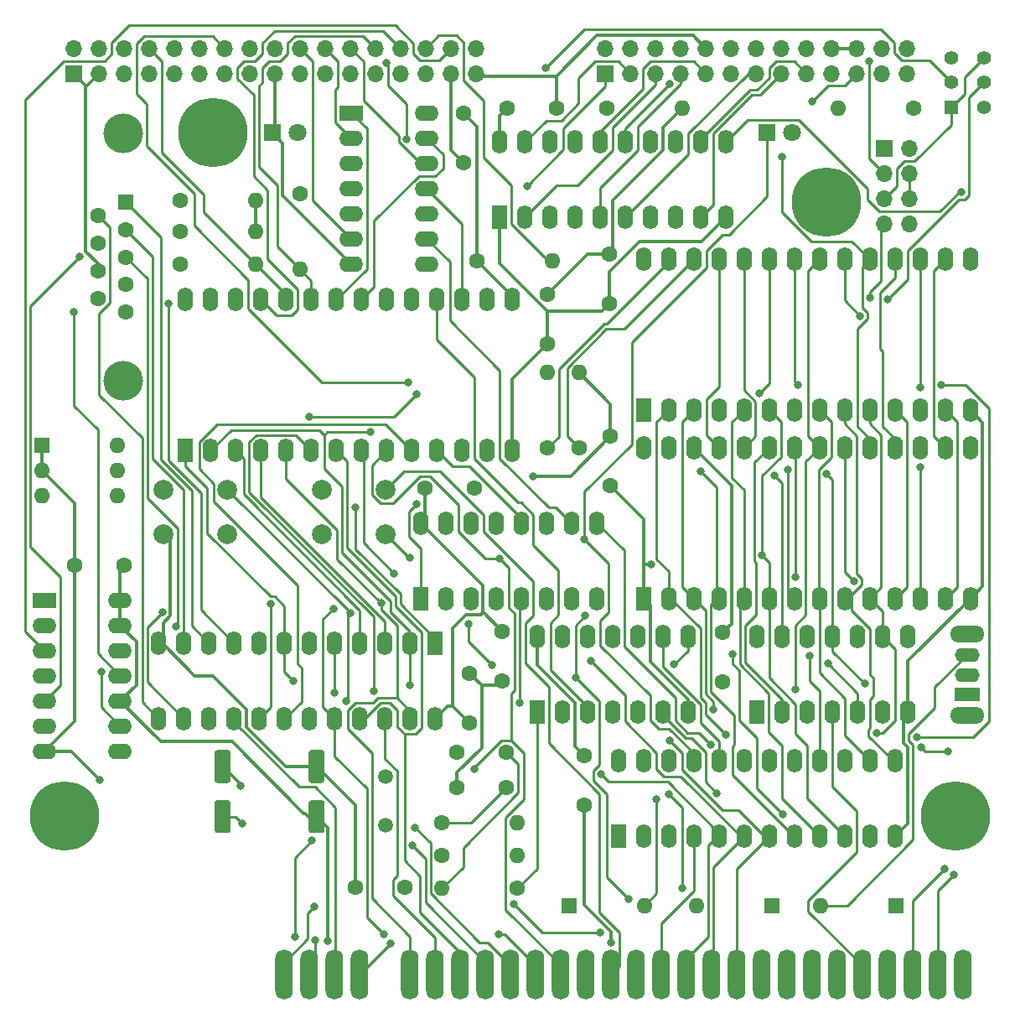
<source format=gtl>
G04 #@! TF.GenerationSoftware,KiCad,Pcbnew,(5.1.6)-1*
G04 #@! TF.CreationDate,2020-09-25T16:59:24+03:00*
G04 #@! TF.ProjectId,PlusD_Clone_1_4,506c7573-445f-4436-9c6f-6e655f315f34,rev?*
G04 #@! TF.SameCoordinates,Original*
G04 #@! TF.FileFunction,Copper,L1,Top*
G04 #@! TF.FilePolarity,Positive*
%FSLAX46Y46*%
G04 Gerber Fmt 4.6, Leading zero omitted, Abs format (unit mm)*
G04 Created by KiCad (PCBNEW (5.1.6)-1) date 2020-09-25 16:59:24*
%MOMM*%
%LPD*%
G01*
G04 APERTURE LIST*
G04 #@! TA.AperFunction,ComponentPad*
%ADD10C,0.800000*%
G04 #@! TD*
G04 #@! TA.AperFunction,ComponentPad*
%ADD11C,7.000000*%
G04 #@! TD*
G04 #@! TA.AperFunction,ComponentPad*
%ADD12O,1.700000X1.700000*%
G04 #@! TD*
G04 #@! TA.AperFunction,ComponentPad*
%ADD13R,1.700000X1.700000*%
G04 #@! TD*
G04 #@! TA.AperFunction,ComponentPad*
%ADD14C,1.400000*%
G04 #@! TD*
G04 #@! TA.AperFunction,ComponentPad*
%ADD15R,1.400000X1.400000*%
G04 #@! TD*
G04 #@! TA.AperFunction,ComponentPad*
%ADD16O,1.600000X2.400000*%
G04 #@! TD*
G04 #@! TA.AperFunction,ComponentPad*
%ADD17R,1.600000X2.400000*%
G04 #@! TD*
G04 #@! TA.AperFunction,ComponentPad*
%ADD18O,3.500000X1.700000*%
G04 #@! TD*
G04 #@! TA.AperFunction,ComponentPad*
%ADD19O,2.500000X1.400000*%
G04 #@! TD*
G04 #@! TA.AperFunction,ComponentPad*
%ADD20R,2.500000X1.400000*%
G04 #@! TD*
G04 #@! TA.AperFunction,ComponentPad*
%ADD21O,1.600000X1.600000*%
G04 #@! TD*
G04 #@! TA.AperFunction,ComponentPad*
%ADD22C,1.600000*%
G04 #@! TD*
G04 #@! TA.AperFunction,ComponentPad*
%ADD23C,4.000000*%
G04 #@! TD*
G04 #@! TA.AperFunction,ComponentPad*
%ADD24R,1.600000X1.600000*%
G04 #@! TD*
G04 #@! TA.AperFunction,ComponentPad*
%ADD25O,2.400000X1.600000*%
G04 #@! TD*
G04 #@! TA.AperFunction,ComponentPad*
%ADD26R,2.400000X1.600000*%
G04 #@! TD*
G04 #@! TA.AperFunction,ComponentPad*
%ADD27C,2.000000*%
G04 #@! TD*
G04 #@! TA.AperFunction,ConnectorPad*
%ADD28O,1.778000X5.080000*%
G04 #@! TD*
G04 #@! TA.AperFunction,ComponentPad*
%ADD29C,1.800000*%
G04 #@! TD*
G04 #@! TA.AperFunction,ComponentPad*
%ADD30R,1.800000X1.800000*%
G04 #@! TD*
G04 #@! TA.AperFunction,ComponentPad*
%ADD31C,1.500000*%
G04 #@! TD*
G04 #@! TA.AperFunction,ViaPad*
%ADD32C,0.800000*%
G04 #@! TD*
G04 #@! TA.AperFunction,Conductor*
%ADD33C,0.350000*%
G04 #@! TD*
G04 #@! TA.AperFunction,Conductor*
%ADD34C,0.250000*%
G04 #@! TD*
G04 APERTURE END LIST*
D10*
X146856155Y-42143845D03*
X145000000Y-41375000D03*
X143143845Y-42143845D03*
X142375000Y-44000000D03*
X143143845Y-45856155D03*
X145000000Y-46625000D03*
X146856155Y-45856155D03*
X147625000Y-44000000D03*
D11*
X145000000Y-44000000D03*
D12*
X153416000Y-46228000D03*
X150876000Y-46228000D03*
X153416000Y-43688000D03*
X150876000Y-43688000D03*
X153416000Y-41148000D03*
X150876000Y-41148000D03*
X153416000Y-38608000D03*
D13*
X150876000Y-38608000D03*
D11*
X83000000Y-37000000D03*
D10*
X85625000Y-37000000D03*
X84856155Y-38856155D03*
X83000000Y-39625000D03*
X81143845Y-38856155D03*
X80375000Y-37000000D03*
X81143845Y-35143845D03*
X83000000Y-34375000D03*
X84856155Y-35143845D03*
G04 #@! TA.AperFunction,SMDPad,CuDef*
G36*
G01*
X94050000Y-102625000D02*
X92950000Y-102625000D01*
G75*
G02*
X92700000Y-102375000I0J250000D01*
G01*
X92700000Y-99550000D01*
G75*
G02*
X92950000Y-99300000I250000J0D01*
G01*
X94050000Y-99300000D01*
G75*
G02*
X94300000Y-99550000I0J-250000D01*
G01*
X94300000Y-102375000D01*
G75*
G02*
X94050000Y-102625000I-250000J0D01*
G01*
G37*
G04 #@! TD.AperFunction*
G04 #@! TA.AperFunction,SMDPad,CuDef*
G36*
G01*
X94050000Y-107700000D02*
X92950000Y-107700000D01*
G75*
G02*
X92700000Y-107450000I0J250000D01*
G01*
X92700000Y-104625000D01*
G75*
G02*
X92950000Y-104375000I250000J0D01*
G01*
X94050000Y-104375000D01*
G75*
G02*
X94300000Y-104625000I0J-250000D01*
G01*
X94300000Y-107450000D01*
G75*
G02*
X94050000Y-107700000I-250000J0D01*
G01*
G37*
G04 #@! TD.AperFunction*
G04 #@! TA.AperFunction,SMDPad,CuDef*
G36*
G01*
X83450000Y-104375000D02*
X84550000Y-104375000D01*
G75*
G02*
X84800000Y-104625000I0J-250000D01*
G01*
X84800000Y-107450000D01*
G75*
G02*
X84550000Y-107700000I-250000J0D01*
G01*
X83450000Y-107700000D01*
G75*
G02*
X83200000Y-107450000I0J250000D01*
G01*
X83200000Y-104625000D01*
G75*
G02*
X83450000Y-104375000I250000J0D01*
G01*
G37*
G04 #@! TD.AperFunction*
G04 #@! TA.AperFunction,SMDPad,CuDef*
G36*
G01*
X83450000Y-99300000D02*
X84550000Y-99300000D01*
G75*
G02*
X84800000Y-99550000I0J-250000D01*
G01*
X84800000Y-102375000D01*
G75*
G02*
X84550000Y-102625000I-250000J0D01*
G01*
X83450000Y-102625000D01*
G75*
G02*
X83200000Y-102375000I0J250000D01*
G01*
X83200000Y-99550000D01*
G75*
G02*
X83450000Y-99300000I250000J0D01*
G01*
G37*
G04 #@! TD.AperFunction*
D14*
X160907000Y-29417000D03*
X160907000Y-31917000D03*
X160907000Y-34417000D03*
X157607000Y-29417000D03*
X157607000Y-31917000D03*
D15*
X157607000Y-34417000D03*
D16*
X126500000Y-49760000D03*
X159520000Y-65000000D03*
X129040000Y-49760000D03*
X156980000Y-65000000D03*
X131580000Y-49760000D03*
X154440000Y-65000000D03*
X134120000Y-49760000D03*
X151900000Y-65000000D03*
X136660000Y-49760000D03*
X149360000Y-65000000D03*
X139200000Y-49760000D03*
X146820000Y-65000000D03*
X141740000Y-49760000D03*
X144280000Y-65000000D03*
X144280000Y-49760000D03*
X141740000Y-65000000D03*
X146820000Y-49760000D03*
X139200000Y-65000000D03*
X149360000Y-49760000D03*
X136660000Y-65000000D03*
X151900000Y-49760000D03*
X134120000Y-65000000D03*
X154440000Y-49760000D03*
X131580000Y-65000000D03*
X156980000Y-49760000D03*
X129040000Y-65000000D03*
X159520000Y-49760000D03*
D17*
X126500000Y-65000000D03*
D18*
X159258000Y-87626000D03*
X159258000Y-95826000D03*
D19*
X159258000Y-89726000D03*
X159258000Y-91726000D03*
D20*
X159258000Y-93726000D03*
D21*
X116840000Y-61214000D03*
D22*
X116840000Y-68834000D03*
D23*
X73950000Y-62040000D03*
X73950000Y-37040000D03*
D22*
X71410000Y-53695000D03*
X71410000Y-50925000D03*
X71410000Y-48155000D03*
X71410000Y-45385000D03*
X74250000Y-55080000D03*
X74250000Y-52310000D03*
X74250000Y-49540000D03*
X74250000Y-46770000D03*
D24*
X74250000Y-44000000D03*
D21*
X73406000Y-68500000D03*
X65786000Y-73580000D03*
X73406000Y-71040000D03*
X65786000Y-71040000D03*
X73406000Y-73580000D03*
D24*
X65786000Y-68500000D03*
D21*
X146177000Y-34544000D03*
D22*
X153797000Y-34544000D03*
D16*
X115762000Y-87880000D03*
X131002000Y-95500000D03*
X118302000Y-87880000D03*
X128462000Y-95500000D03*
X120842000Y-87880000D03*
X125922000Y-95500000D03*
X123382000Y-87880000D03*
X123382000Y-95500000D03*
X125922000Y-87880000D03*
X120842000Y-95500000D03*
X128462000Y-87880000D03*
X118302000Y-95500000D03*
X131002000Y-87880000D03*
D17*
X115762000Y-95500000D03*
D16*
X105500000Y-96120000D03*
X77560000Y-88500000D03*
X102960000Y-96120000D03*
X80100000Y-88500000D03*
X100420000Y-96120000D03*
X82640000Y-88500000D03*
X97880000Y-96120000D03*
X85180000Y-88500000D03*
X95340000Y-96120000D03*
X87720000Y-88500000D03*
X92800000Y-96120000D03*
X90260000Y-88500000D03*
X90260000Y-96120000D03*
X92800000Y-88500000D03*
X87720000Y-96120000D03*
X95340000Y-88500000D03*
X85180000Y-96120000D03*
X97880000Y-88500000D03*
X82640000Y-96120000D03*
X100420000Y-88500000D03*
X80100000Y-96120000D03*
X102960000Y-88500000D03*
X77560000Y-96120000D03*
D17*
X105500000Y-88500000D03*
D25*
X104620000Y-35000000D03*
X97000000Y-50240000D03*
X104620000Y-37540000D03*
X97000000Y-47700000D03*
X104620000Y-40080000D03*
X97000000Y-45160000D03*
X104620000Y-42620000D03*
X97000000Y-42620000D03*
X104620000Y-45160000D03*
X97000000Y-40080000D03*
X104620000Y-47700000D03*
X97000000Y-37540000D03*
X104620000Y-50240000D03*
D26*
X97000000Y-35000000D03*
D25*
X73660000Y-84201000D03*
X66040000Y-99441000D03*
X73660000Y-86741000D03*
X66040000Y-96901000D03*
X73660000Y-89281000D03*
X66040000Y-94361000D03*
X73660000Y-91821000D03*
X66040000Y-91821000D03*
X73660000Y-94361000D03*
X66040000Y-89281000D03*
X73660000Y-96901000D03*
X66040000Y-86741000D03*
X73660000Y-99441000D03*
D26*
X66040000Y-84201000D03*
D21*
X130429000Y-34544000D03*
D22*
X122809000Y-34544000D03*
D16*
X138000000Y-87880000D03*
X153240000Y-95500000D03*
X140540000Y-87880000D03*
X150700000Y-95500000D03*
X143080000Y-87880000D03*
X148160000Y-95500000D03*
X145620000Y-87880000D03*
X145620000Y-95500000D03*
X148160000Y-87880000D03*
X143080000Y-95500000D03*
X150700000Y-87880000D03*
X140540000Y-95500000D03*
X153240000Y-87880000D03*
D17*
X138000000Y-95500000D03*
D10*
X69856155Y-104143845D03*
X68000000Y-103375000D03*
X66143845Y-104143845D03*
X65375000Y-106000000D03*
X66143845Y-107856155D03*
X68000000Y-108625000D03*
X69856155Y-107856155D03*
X70625000Y-106000000D03*
D11*
X68000000Y-106000000D03*
D10*
X159856155Y-104143845D03*
X158000000Y-103375000D03*
X156143845Y-104143845D03*
X155375000Y-106000000D03*
X156143845Y-107856155D03*
X158000000Y-108625000D03*
X159856155Y-107856155D03*
X160625000Y-106000000D03*
D11*
X158000000Y-106000000D03*
D27*
X100500000Y-73000000D03*
X100500000Y-77500000D03*
X94000000Y-73000000D03*
X94000000Y-77500000D03*
X84500000Y-73000000D03*
X84500000Y-77500000D03*
X78000000Y-73000000D03*
X78000000Y-77500000D03*
D16*
X112000000Y-37880000D03*
X134860000Y-45500000D03*
X114540000Y-37880000D03*
X132320000Y-45500000D03*
X117080000Y-37880000D03*
X129780000Y-45500000D03*
X119620000Y-37880000D03*
X127240000Y-45500000D03*
X122160000Y-37880000D03*
X124700000Y-45500000D03*
X124700000Y-37880000D03*
X122160000Y-45500000D03*
X127240000Y-37880000D03*
X119620000Y-45500000D03*
X129780000Y-37880000D03*
X117080000Y-45500000D03*
X132320000Y-37880000D03*
X114540000Y-45500000D03*
X134860000Y-37880000D03*
D17*
X112000000Y-45500000D03*
D16*
X104000000Y-76380000D03*
X121780000Y-84000000D03*
X106540000Y-76380000D03*
X119240000Y-84000000D03*
X109080000Y-76380000D03*
X116700000Y-84000000D03*
X111620000Y-76380000D03*
X114160000Y-84000000D03*
X114160000Y-76380000D03*
X111620000Y-84000000D03*
X116700000Y-76380000D03*
X109080000Y-84000000D03*
X119240000Y-76380000D03*
X106540000Y-84000000D03*
X121780000Y-76380000D03*
D17*
X104000000Y-84000000D03*
D16*
X124000000Y-100380000D03*
X151940000Y-108000000D03*
X126540000Y-100380000D03*
X149400000Y-108000000D03*
X129080000Y-100380000D03*
X146860000Y-108000000D03*
X131620000Y-100380000D03*
X144320000Y-108000000D03*
X134160000Y-100380000D03*
X141780000Y-108000000D03*
X136700000Y-100380000D03*
X139240000Y-108000000D03*
X139240000Y-100380000D03*
X136700000Y-108000000D03*
X141780000Y-100380000D03*
X134160000Y-108000000D03*
X144320000Y-100380000D03*
X131620000Y-108000000D03*
X146860000Y-100380000D03*
X129080000Y-108000000D03*
X149400000Y-100380000D03*
X126540000Y-108000000D03*
X151940000Y-100380000D03*
D17*
X124000000Y-108000000D03*
D16*
X126500000Y-68760000D03*
X159520000Y-84000000D03*
X129040000Y-68760000D03*
X156980000Y-84000000D03*
X131580000Y-68760000D03*
X154440000Y-84000000D03*
X134120000Y-68760000D03*
X151900000Y-84000000D03*
X136660000Y-68760000D03*
X149360000Y-84000000D03*
X139200000Y-68760000D03*
X146820000Y-84000000D03*
X141740000Y-68760000D03*
X144280000Y-84000000D03*
X144280000Y-68760000D03*
X141740000Y-84000000D03*
X146820000Y-68760000D03*
X139200000Y-84000000D03*
X149360000Y-68760000D03*
X136660000Y-84000000D03*
X151900000Y-68760000D03*
X134120000Y-84000000D03*
X154440000Y-68760000D03*
X131580000Y-84000000D03*
X156980000Y-68760000D03*
X129040000Y-84000000D03*
X159520000Y-68760000D03*
D17*
X126500000Y-84000000D03*
D16*
X80264000Y-53848000D03*
X113284000Y-69088000D03*
X82804000Y-53848000D03*
X110744000Y-69088000D03*
X85344000Y-53848000D03*
X108204000Y-69088000D03*
X87884000Y-53848000D03*
X105664000Y-69088000D03*
X90424000Y-53848000D03*
X103124000Y-69088000D03*
X92964000Y-53848000D03*
X100584000Y-69088000D03*
X95504000Y-53848000D03*
X98044000Y-69088000D03*
X98044000Y-53848000D03*
X95504000Y-69088000D03*
X100584000Y-53848000D03*
X92964000Y-69088000D03*
X103124000Y-53848000D03*
X90424000Y-69088000D03*
X105664000Y-53848000D03*
X87884000Y-69088000D03*
X108204000Y-53848000D03*
X85344000Y-69088000D03*
X110744000Y-53848000D03*
X82804000Y-69088000D03*
X113284000Y-53848000D03*
D17*
X80264000Y-69088000D03*
D21*
X120015000Y-61214000D03*
D22*
X120015000Y-68834000D03*
D21*
X87376000Y-43815000D03*
D22*
X79756000Y-43815000D03*
D21*
X113792000Y-106680000D03*
D22*
X106172000Y-106680000D03*
D21*
X113792000Y-109982000D03*
D22*
X106172000Y-109982000D03*
D21*
X106172000Y-113284000D03*
D22*
X113792000Y-113284000D03*
D21*
X87376000Y-46990000D03*
D22*
X79756000Y-46990000D03*
D21*
X117348000Y-49911000D03*
D22*
X109728000Y-49911000D03*
D21*
X91821000Y-50800000D03*
D22*
X91821000Y-43180000D03*
D21*
X87376000Y-50292000D03*
D22*
X79756000Y-50292000D03*
D28*
X95298000Y-121960000D03*
X97838000Y-121960000D03*
X105458000Y-121960000D03*
X113078000Y-121960000D03*
X110538000Y-121960000D03*
X107998000Y-121960000D03*
X115618000Y-121960000D03*
X90218000Y-121960000D03*
X92758000Y-121960000D03*
X102918000Y-121960000D03*
X118158000Y-121960000D03*
X123238000Y-121960000D03*
X120698000Y-121960000D03*
X125778000Y-121960000D03*
X130858000Y-121960000D03*
X128318000Y-121960000D03*
X133398000Y-121960000D03*
X143558000Y-121960000D03*
X138478000Y-121960000D03*
X151178000Y-121960000D03*
X156258000Y-121960000D03*
X158798000Y-121960000D03*
X135938000Y-121960000D03*
X146098000Y-121960000D03*
X148638000Y-121960000D03*
X153718000Y-121960000D03*
X141018000Y-121960000D03*
D12*
X153162000Y-28460000D03*
X153162000Y-31000000D03*
X150622000Y-28460000D03*
X150622000Y-31000000D03*
X148082000Y-28460000D03*
X148082000Y-31000000D03*
X145542000Y-28460000D03*
X145542000Y-31000000D03*
X143002000Y-28460000D03*
X143002000Y-31000000D03*
X140462000Y-28460000D03*
X140462000Y-31000000D03*
X137922000Y-28460000D03*
X137922000Y-31000000D03*
X135382000Y-28460000D03*
X135382000Y-31000000D03*
X132842000Y-28460000D03*
X132842000Y-31000000D03*
X130302000Y-28460000D03*
X130302000Y-31000000D03*
X127762000Y-28460000D03*
X127762000Y-31000000D03*
X125222000Y-28460000D03*
X125222000Y-31000000D03*
X122682000Y-28460000D03*
D13*
X122682000Y-31000000D03*
D22*
X123063000Y-49229000D03*
X123063000Y-54229000D03*
X108966000Y-96567000D03*
X108966000Y-91567000D03*
X134493000Y-87456000D03*
X134493000Y-92456000D03*
X112268000Y-87329000D03*
X112268000Y-92329000D03*
X104474000Y-72898000D03*
X109474000Y-72898000D03*
X112729000Y-34544000D03*
X117729000Y-34544000D03*
X74088000Y-80645000D03*
X69088000Y-80645000D03*
X108331000Y-35005000D03*
X108331000Y-40005000D03*
X120523000Y-99902000D03*
X120523000Y-104902000D03*
X123190000Y-67644000D03*
X123190000Y-72644000D03*
X116840000Y-53293000D03*
X116840000Y-58293000D03*
X112696000Y-99568000D03*
X107696000Y-99568000D03*
D13*
X69000000Y-31000000D03*
D12*
X69000000Y-28460000D03*
X71540000Y-31000000D03*
X71540000Y-28460000D03*
X74080000Y-31000000D03*
X74080000Y-28460000D03*
X76620000Y-31000000D03*
X76620000Y-28460000D03*
X79160000Y-31000000D03*
X79160000Y-28460000D03*
X81700000Y-31000000D03*
X81700000Y-28460000D03*
X84240000Y-31000000D03*
X84240000Y-28460000D03*
X86780000Y-31000000D03*
X86780000Y-28460000D03*
X89320000Y-31000000D03*
X89320000Y-28460000D03*
X91860000Y-31000000D03*
X91860000Y-28460000D03*
X94400000Y-31000000D03*
X94400000Y-28460000D03*
X96940000Y-31000000D03*
X96940000Y-28460000D03*
X99480000Y-31000000D03*
X99480000Y-28460000D03*
X102020000Y-31000000D03*
X102020000Y-28460000D03*
X104560000Y-31000000D03*
X104560000Y-28460000D03*
X107100000Y-31000000D03*
X107100000Y-28460000D03*
X109640000Y-31000000D03*
X109640000Y-28460000D03*
D29*
X141540000Y-37000000D03*
D30*
X139000000Y-37000000D03*
D21*
X126620000Y-115000000D03*
D24*
X119000000Y-115000000D03*
D21*
X131880000Y-115000000D03*
D24*
X139500000Y-115000000D03*
X152000000Y-115000000D03*
D21*
X144380000Y-115000000D03*
D29*
X91540000Y-37000000D03*
D30*
X89000000Y-37000000D03*
D22*
X112696000Y-103124000D03*
X107696000Y-103124000D03*
X102409000Y-113157000D03*
X97409000Y-113157000D03*
D31*
X100500000Y-102000000D03*
X100500000Y-106900000D03*
D32*
X127300600Y-80567800D03*
X123233200Y-118722600D03*
X71628000Y-102362000D03*
X91188200Y-92363800D03*
X133301300Y-98736900D03*
X154572000Y-99058900D03*
X157265300Y-99446600D03*
X158643100Y-42953900D03*
X85950800Y-106693200D03*
X147761100Y-82299200D03*
X143278500Y-89757200D03*
X148359500Y-55465200D03*
X156601700Y-62416800D03*
X154102500Y-98030600D03*
X120564900Y-78052400D03*
X102953500Y-79863200D03*
X102605000Y-37610500D03*
X100563300Y-29916700D03*
X77906900Y-85380900D03*
X116634600Y-30422600D03*
X68980100Y-55078000D03*
X129569400Y-90681100D03*
X71735100Y-91362400D03*
X151210600Y-53779500D03*
X103564100Y-63354900D03*
X92736300Y-65626400D03*
X145129500Y-90580100D03*
X149352000Y-29730000D03*
X149415400Y-53665800D03*
X102770700Y-62176700D03*
X97456300Y-74849000D03*
X96925800Y-85516400D03*
X122101300Y-117701800D03*
X113427200Y-114820800D03*
X103600000Y-74439000D03*
X96448900Y-94371800D03*
X140531000Y-39455400D03*
X141829600Y-93148400D03*
X157886200Y-111893400D03*
X138207100Y-63278000D03*
X150066900Y-97594000D03*
X134838700Y-97722900D03*
X93050300Y-108449200D03*
X91330600Y-118128800D03*
X133579500Y-95249900D03*
X129100100Y-103749200D03*
X130428000Y-113246500D03*
X144990900Y-71404700D03*
X148887200Y-92626700D03*
X156933800Y-111325500D03*
X139771300Y-71586200D03*
X135486200Y-89642800D03*
X140591300Y-105811300D03*
X100021700Y-84492000D03*
X114022000Y-94544600D03*
X154440000Y-70747500D03*
X99238600Y-93356500D03*
X95190800Y-85043000D03*
X100263800Y-117880100D03*
X111851300Y-117880100D03*
X101342600Y-81499000D03*
X111984900Y-79959000D03*
X109465800Y-101253600D03*
X154440000Y-62732700D03*
X103445700Y-107164500D03*
X121183800Y-90338200D03*
X141872900Y-81871600D03*
X142096900Y-62416800D03*
X88895400Y-84562200D03*
X103180000Y-108940300D03*
X141092900Y-70972200D03*
X108805300Y-86576100D03*
X111190300Y-90749800D03*
X119682700Y-92016800D03*
X125005800Y-114363000D03*
X120652000Y-85746700D03*
X138504900Y-79666700D03*
X98956300Y-67183600D03*
X102960000Y-92756100D03*
X129129700Y-98339200D03*
X93243000Y-115134000D03*
X93384800Y-118486400D03*
X95340000Y-93529100D03*
X122224200Y-101733300D03*
X132290100Y-71167100D03*
X114750700Y-42342600D03*
X69556300Y-49497400D03*
X143586000Y-33804900D03*
X129153700Y-32043700D03*
X78551200Y-54201400D03*
X79320100Y-86828300D03*
X100950500Y-118847500D03*
X94601400Y-118599700D03*
X115405700Y-71685100D03*
X127849200Y-104249500D03*
X133914100Y-103653000D03*
X85774500Y-102940400D03*
D33*
X126500000Y-84000000D02*
X127191900Y-84691900D01*
X127191900Y-84691900D02*
X127191900Y-90402500D01*
X127191900Y-90402500D02*
X131002000Y-94212600D01*
X131002000Y-94212600D02*
X131002000Y-95500000D01*
X126500000Y-80567800D02*
X126500000Y-84000000D01*
X123190000Y-72644000D02*
X126500000Y-75954000D01*
X126500000Y-75954000D02*
X126500000Y-80567800D01*
X126500000Y-80567800D02*
X127300600Y-80567800D01*
X71410000Y-50925000D02*
X71410000Y-50183900D01*
X71410000Y-50183900D02*
X70182400Y-48956300D01*
X70182400Y-48956300D02*
X70182400Y-32182400D01*
X89320000Y-31000000D02*
X89320000Y-36680000D01*
X89320000Y-36680000D02*
X89000000Y-37000000D01*
X78000100Y-88500000D02*
X78000100Y-86454900D01*
X78000100Y-86454900D02*
X78732200Y-85722800D01*
X78732200Y-85722800D02*
X78732200Y-78232200D01*
X78732200Y-78232200D02*
X78000000Y-77500000D01*
X116840000Y-55025900D02*
X112000000Y-50185900D01*
X112000000Y-50185900D02*
X112000000Y-45500000D01*
X116840000Y-58293000D02*
X116840000Y-55025900D01*
X116840000Y-55025900D02*
X122266100Y-55025900D01*
X122266100Y-55025900D02*
X123063000Y-54229000D01*
X123063000Y-54229000D02*
X123063000Y-51032100D01*
X123063000Y-51032100D02*
X126095100Y-48000000D01*
X126095100Y-48000000D02*
X132360000Y-48000000D01*
X132360000Y-48000000D02*
X134860000Y-45500000D01*
X123233200Y-118722600D02*
X123233200Y-117666600D01*
X123233200Y-117666600D02*
X120523000Y-114956400D01*
X120523000Y-114956400D02*
X120523000Y-104902000D01*
X65786000Y-68500000D02*
X65786000Y-71040000D01*
X69088000Y-80645000D02*
X69088000Y-74342000D01*
X69088000Y-74342000D02*
X65786000Y-71040000D01*
X153240000Y-95500000D02*
X152776900Y-95963100D01*
X152776900Y-95963100D02*
X152776900Y-98579700D01*
X152776900Y-98579700D02*
X153182100Y-98984900D01*
X153182100Y-98984900D02*
X153182100Y-106757900D01*
X153182100Y-106757900D02*
X151940000Y-108000000D01*
X153240000Y-95500000D02*
X153240000Y-90280000D01*
X153240000Y-90280000D02*
X159520000Y-84000000D01*
X110194100Y-92795100D02*
X108966000Y-91567000D01*
X107696000Y-103124000D02*
X107696000Y-101578600D01*
X107696000Y-101578600D02*
X110194100Y-99080500D01*
X110194100Y-99080500D02*
X110194100Y-92795100D01*
X110194100Y-92795100D02*
X111801900Y-92795100D01*
X111801900Y-92795100D02*
X112268000Y-92329000D01*
X97409000Y-113157000D02*
X97409000Y-104871500D01*
X97409000Y-104871500D02*
X93500000Y-100962500D01*
X159520000Y-65000000D02*
X160749400Y-66229400D01*
X160749400Y-66229400D02*
X160749400Y-82770600D01*
X160749400Y-82770600D02*
X159520000Y-84000000D01*
X78000100Y-88500000D02*
X77560000Y-88500000D01*
X93500000Y-100962500D02*
X90405100Y-100962500D01*
X90405100Y-100962500D02*
X86450000Y-97007400D01*
X86450000Y-97007400D02*
X86450000Y-95232200D01*
X86450000Y-95232200D02*
X83004000Y-91786200D01*
X83004000Y-91786200D02*
X81189900Y-91786200D01*
X81189900Y-91786200D02*
X78000100Y-88596400D01*
X78000100Y-88596400D02*
X78000100Y-88500000D01*
X107100000Y-31000000D02*
X107100000Y-38774000D01*
X107100000Y-38774000D02*
X108331000Y-40005000D01*
X116840000Y-58293000D02*
X113284000Y-61849000D01*
X113284000Y-61849000D02*
X113284000Y-69088000D01*
X117729000Y-31247900D02*
X117729000Y-34544000D01*
X132842000Y-28460000D02*
X131544500Y-27162500D01*
X131544500Y-27162500D02*
X121814400Y-27162500D01*
X121814400Y-27162500D02*
X117729000Y-31247900D01*
X109640000Y-31000000D02*
X109887900Y-31247900D01*
X109887900Y-31247900D02*
X117729000Y-31247900D01*
X69000000Y-31000000D02*
X70182400Y-32182400D01*
X70182400Y-32182400D02*
X70357600Y-32182400D01*
X70357600Y-32182400D02*
X71540000Y-31000000D01*
X97000000Y-50240000D02*
X90088900Y-43328900D01*
X90088900Y-43328900D02*
X90088900Y-38088900D01*
X90088900Y-38088900D02*
X89000000Y-37000000D01*
X69088000Y-80645000D02*
X69088000Y-96393000D01*
X69088000Y-96393000D02*
X66040000Y-99441000D01*
X145542000Y-28460000D02*
X148082000Y-28460000D01*
X66040000Y-99441000D02*
X68707000Y-99441000D01*
X68707000Y-99441000D02*
X71628000Y-102362000D01*
X71628000Y-102362000D02*
X71628000Y-102362000D01*
D34*
X123238000Y-121960000D02*
X124054700Y-121143300D01*
X124054700Y-121143300D02*
X124054700Y-117709700D01*
X124054700Y-117709700D02*
X122063300Y-115718300D01*
X122063300Y-115718300D02*
X122063300Y-103766600D01*
X122063300Y-103766600D02*
X116937400Y-98640700D01*
X116937400Y-98640700D02*
X116937400Y-92934700D01*
X116937400Y-92934700D02*
X114573200Y-90570500D01*
X114573200Y-90570500D02*
X114573200Y-86468000D01*
X114573200Y-86468000D02*
X115346200Y-85695000D01*
X115346200Y-85695000D02*
X115346200Y-82223900D01*
X115346200Y-82223900D02*
X110350000Y-77227700D01*
X110350000Y-77227700D02*
X110350000Y-75576400D01*
X110350000Y-75576400D02*
X105948100Y-71174500D01*
X105948100Y-71174500D02*
X102325500Y-71174500D01*
X102325500Y-71174500D02*
X100500000Y-73000000D01*
X90260000Y-88500000D02*
X90260000Y-84788300D01*
X90260000Y-84788300D02*
X89258600Y-83786900D01*
X89258600Y-83786900D02*
X88839400Y-83786900D01*
X88839400Y-83786900D02*
X82452800Y-77400300D01*
X82452800Y-77400300D02*
X82452800Y-72874300D01*
X82452800Y-72874300D02*
X80264000Y-70685500D01*
X80264000Y-70685500D02*
X80264000Y-69088000D01*
X91188200Y-92363800D02*
X90260000Y-91435600D01*
X90260000Y-91435600D02*
X90260000Y-88500000D01*
X128462000Y-87880000D02*
X128462000Y-90894200D01*
X128462000Y-90894200D02*
X132303900Y-94736100D01*
X132303900Y-94736100D02*
X132303900Y-96577900D01*
X132303900Y-96577900D02*
X134160000Y-98434000D01*
X134160000Y-98434000D02*
X134160000Y-100380000D01*
X121780000Y-76380000D02*
X124557400Y-79157400D01*
X124557400Y-79157400D02*
X124557400Y-88872600D01*
X124557400Y-88872600D02*
X129732000Y-94047200D01*
X129732000Y-94047200D02*
X129732000Y-96337500D01*
X129732000Y-96337500D02*
X130949000Y-97554500D01*
X130949000Y-97554500D02*
X132118900Y-97554500D01*
X132118900Y-97554500D02*
X133301300Y-98736900D01*
X157265300Y-99446600D02*
X154959700Y-99446600D01*
X154959700Y-99446600D02*
X154572000Y-99058900D01*
X134860000Y-37880000D02*
X137020600Y-35719400D01*
X137020600Y-35719400D02*
X142213300Y-35719400D01*
X142213300Y-35719400D02*
X149130600Y-42636700D01*
X149130600Y-42636700D02*
X149130600Y-43724900D01*
X149130600Y-43724900D02*
X150319100Y-44913400D01*
X150319100Y-44913400D02*
X156463600Y-44913400D01*
X156463600Y-44913400D02*
X158423100Y-42953900D01*
X158423100Y-42953900D02*
X158643100Y-42953900D01*
X115762000Y-95500000D02*
X115762000Y-111314000D01*
X115762000Y-111314000D02*
X113792000Y-113284000D01*
X84000000Y-106037500D02*
X85295100Y-106037500D01*
X85295100Y-106037500D02*
X85950800Y-106693200D01*
X147761100Y-82299200D02*
X146820000Y-81358100D01*
X146820000Y-81358100D02*
X146820000Y-68760000D01*
X144320000Y-100380000D02*
X144320000Y-93357700D01*
X144320000Y-93357700D02*
X143278500Y-92316200D01*
X143278500Y-92316200D02*
X143278500Y-89757200D01*
X148359500Y-55465200D02*
X146820000Y-53925700D01*
X146820000Y-53925700D02*
X146820000Y-49760000D01*
X154102500Y-98030600D02*
X159774600Y-98030600D01*
X159774600Y-98030600D02*
X161420600Y-96384600D01*
X161420600Y-96384600D02*
X161420600Y-64787700D01*
X161420600Y-64787700D02*
X159049700Y-62416800D01*
X159049700Y-62416800D02*
X156601700Y-62416800D01*
X100500000Y-77500000D02*
X102863200Y-79863200D01*
X102863200Y-79863200D02*
X102953500Y-79863200D01*
X139000000Y-37000000D02*
X139000000Y-43437400D01*
X139000000Y-43437400D02*
X135177400Y-47260000D01*
X135177400Y-47260000D02*
X134496900Y-47260000D01*
X134496900Y-47260000D02*
X132850000Y-48906900D01*
X132850000Y-48906900D02*
X132850000Y-50603800D01*
X132850000Y-50603800D02*
X125324600Y-58129200D01*
X125324600Y-58129200D02*
X125324600Y-68426600D01*
X125324600Y-68426600D02*
X120564900Y-73186300D01*
X120564900Y-73186300D02*
X120564900Y-78052400D01*
X131620000Y-100380000D02*
X131620000Y-99641000D01*
X131620000Y-99641000D02*
X129121600Y-97142600D01*
X129121600Y-97142600D02*
X128039500Y-97142600D01*
X128039500Y-97142600D02*
X127192000Y-96295100D01*
X127192000Y-96295100D02*
X127192000Y-93763300D01*
X127192000Y-93763300D02*
X122165300Y-88736600D01*
X122165300Y-88736600D02*
X122165300Y-86215500D01*
X122165300Y-86215500D02*
X122964400Y-85416400D01*
X122964400Y-85416400D02*
X122964400Y-80451900D01*
X122964400Y-80451900D02*
X120564900Y-78052400D01*
X76620000Y-28460000D02*
X77889900Y-29729900D01*
X77889900Y-29729900D02*
X77889900Y-39019400D01*
X77889900Y-39019400D02*
X82125000Y-43254500D01*
X82125000Y-43254500D02*
X82125000Y-45041000D01*
X82125000Y-45041000D02*
X87376000Y-50292000D01*
X87376000Y-50292000D02*
X90424000Y-53340000D01*
X90424000Y-53340000D02*
X90424000Y-53848000D01*
X153416000Y-41148000D02*
X153416000Y-43688000D01*
X100563300Y-29916700D02*
X100750000Y-30103400D01*
X100750000Y-30103400D02*
X100750000Y-32225400D01*
X100750000Y-32225400D02*
X102605000Y-34080400D01*
X102605000Y-34080400D02*
X102605000Y-37610500D01*
X91860000Y-28460000D02*
X93129900Y-29729900D01*
X93129900Y-29729900D02*
X93129900Y-43829900D01*
X93129900Y-43829900D02*
X97000000Y-47700000D01*
X107100000Y-28460000D02*
X105874600Y-29685400D01*
X105874600Y-29685400D02*
X103970500Y-29685400D01*
X103970500Y-29685400D02*
X103290000Y-29004900D01*
X103290000Y-29004900D02*
X103290000Y-27967600D01*
X103290000Y-27967600D02*
X101484300Y-26161900D01*
X101484300Y-26161900D02*
X74585100Y-26161900D01*
X74585100Y-26161900D02*
X72810000Y-27937000D01*
X72810000Y-27937000D02*
X72810000Y-29029800D01*
X72810000Y-29029800D02*
X72065200Y-29774600D01*
X72065200Y-29774600D02*
X67984400Y-29774600D01*
X67984400Y-29774600D02*
X64082700Y-33676300D01*
X64082700Y-33676300D02*
X64082700Y-87323700D01*
X64082700Y-87323700D02*
X66040000Y-89281000D01*
X80100000Y-96120000D02*
X76384600Y-92404600D01*
X76384600Y-92404600D02*
X76384600Y-86903200D01*
X76384600Y-86903200D02*
X77906900Y-85380900D01*
X91821000Y-50800000D02*
X89538600Y-48517600D01*
X89538600Y-48517600D02*
X89538600Y-42270800D01*
X89538600Y-42270800D02*
X87670700Y-40402900D01*
X87670700Y-40402900D02*
X87670700Y-32279300D01*
X87670700Y-32279300D02*
X88050000Y-31900000D01*
X88050000Y-31900000D02*
X88050000Y-30455100D01*
X88050000Y-30455100D02*
X88730500Y-29774600D01*
X88730500Y-29774600D02*
X89788100Y-29774600D01*
X89788100Y-29774600D02*
X90590000Y-28972700D01*
X90590000Y-28972700D02*
X90590000Y-27897700D01*
X90590000Y-27897700D02*
X91296700Y-27191000D01*
X91296700Y-27191000D02*
X98211000Y-27191000D01*
X98211000Y-27191000D02*
X99480000Y-28460000D01*
X91821000Y-50800000D02*
X92964000Y-51943000D01*
X92964000Y-51943000D02*
X92964000Y-53848000D01*
X106172000Y-106680000D02*
X109140000Y-106680000D01*
X109140000Y-106680000D02*
X112696000Y-103124000D01*
X119240000Y-76380000D02*
X117664600Y-74804600D01*
X117664600Y-74804600D02*
X116935400Y-74804600D01*
X116935400Y-74804600D02*
X112014000Y-69883200D01*
X112014000Y-69883200D02*
X112014000Y-60996800D01*
X112014000Y-60996800D02*
X106949600Y-55932400D01*
X106949600Y-55932400D02*
X106949600Y-50029600D01*
X106949600Y-50029600D02*
X104620000Y-47700000D01*
X157607000Y-31917000D02*
X155375400Y-29685400D01*
X155375400Y-29685400D02*
X152634500Y-29685400D01*
X152634500Y-29685400D02*
X151847400Y-28898300D01*
X151847400Y-28898300D02*
X151847400Y-27911400D01*
X151847400Y-27911400D02*
X150500300Y-26564300D01*
X150500300Y-26564300D02*
X120492900Y-26564300D01*
X120492900Y-26564300D02*
X116634600Y-30422600D01*
X73660000Y-91821000D02*
X71412600Y-89573600D01*
X71412600Y-89573600D02*
X71412600Y-66953500D01*
X71412600Y-66953500D02*
X68980100Y-64521000D01*
X68980100Y-64521000D02*
X68980100Y-55078000D01*
X129569400Y-90681100D02*
X131002000Y-89248500D01*
X131002000Y-89248500D02*
X131002000Y-87880000D01*
X71735100Y-91362400D02*
X71735100Y-94976100D01*
X71735100Y-94976100D02*
X73660000Y-96901000D01*
X92736300Y-65626400D02*
X101292600Y-65626400D01*
X101292600Y-65626400D02*
X103564100Y-63354900D01*
X151210600Y-53779500D02*
X153192400Y-51797700D01*
X153192400Y-51797700D02*
X153192400Y-48933900D01*
X153192400Y-48933900D02*
X158397100Y-43729200D01*
X158397100Y-43729200D02*
X158964300Y-43729200D01*
X158964300Y-43729200D02*
X159418400Y-43275100D01*
X159418400Y-43275100D02*
X159418400Y-33405600D01*
X159418400Y-33405600D02*
X160907000Y-31917000D01*
X148160000Y-95500000D02*
X148160000Y-93610600D01*
X148160000Y-93610600D02*
X145129500Y-90580100D01*
X150876000Y-41148000D02*
X149352000Y-39624000D01*
X149352000Y-39624000D02*
X149352000Y-29730000D01*
X150876000Y-46228000D02*
X150535400Y-46568600D01*
X150535400Y-46568600D02*
X150535400Y-51943100D01*
X150535400Y-51943100D02*
X149415400Y-53063100D01*
X149415400Y-53063100D02*
X149415400Y-53665800D01*
X84240000Y-28460000D02*
X83010900Y-27230900D01*
X83010900Y-27230900D02*
X76100800Y-27230900D01*
X76100800Y-27230900D02*
X75305400Y-28026300D01*
X75305400Y-28026300D02*
X75305400Y-33029700D01*
X75305400Y-33029700D02*
X76325400Y-34049700D01*
X76325400Y-34049700D02*
X76325400Y-38309400D01*
X76325400Y-38309400D02*
X81124300Y-43108300D01*
X81124300Y-43108300D02*
X81124300Y-46384000D01*
X81124300Y-46384000D02*
X86614000Y-51873700D01*
X86614000Y-51873700D02*
X86614000Y-54723000D01*
X86614000Y-54723000D02*
X94067700Y-62176700D01*
X94067700Y-62176700D02*
X102770700Y-62176700D01*
X105500000Y-88500000D02*
X105500000Y-88081800D01*
X105500000Y-88081800D02*
X101992100Y-84573900D01*
X101992100Y-84573900D02*
X101992100Y-83561800D01*
X101992100Y-83561800D02*
X97456300Y-79026000D01*
X97456300Y-79026000D02*
X97456300Y-74849000D01*
X96612300Y-85516400D02*
X96925800Y-85516400D01*
X96612300Y-85516400D02*
X96612300Y-85112300D01*
X96612300Y-85112300D02*
X84500000Y-73000000D01*
X96448900Y-94371800D02*
X96612300Y-94208400D01*
X96612300Y-94208400D02*
X96612300Y-85516400D01*
X104000000Y-84000000D02*
X104000000Y-78960400D01*
X104000000Y-78960400D02*
X102822700Y-77783100D01*
X102822700Y-77783100D02*
X102822700Y-75216300D01*
X102822700Y-75216300D02*
X103600000Y-74439000D01*
X113427200Y-114820800D02*
X116308200Y-117701800D01*
X116308200Y-117701800D02*
X122101300Y-117701800D01*
X95298000Y-121960000D02*
X95387800Y-121870200D01*
X95387800Y-121870200D02*
X95387800Y-105078600D01*
X95387800Y-105078600D02*
X93351700Y-103042500D01*
X93351700Y-103042500D02*
X91706900Y-103042500D01*
X91706900Y-103042500D02*
X85180000Y-96515600D01*
X85180000Y-96515600D02*
X85180000Y-96120000D01*
X149360000Y-49760000D02*
X148617000Y-50503000D01*
X148617000Y-50503000D02*
X148617000Y-54626300D01*
X148617000Y-54626300D02*
X149134800Y-55144100D01*
X149134800Y-55144100D02*
X149134800Y-55786400D01*
X149134800Y-55786400D02*
X148155700Y-56765500D01*
X148155700Y-56765500D02*
X148155700Y-66658900D01*
X148155700Y-66658900D02*
X149360000Y-67863200D01*
X149360000Y-67863200D02*
X149360000Y-68760000D01*
X149360000Y-49760000D02*
X147551500Y-47951500D01*
X147551500Y-47951500D02*
X143469600Y-47951500D01*
X143469600Y-47951500D02*
X140531000Y-45012900D01*
X140531000Y-45012900D02*
X140531000Y-39455400D01*
X144280000Y-68760000D02*
X142917200Y-70122800D01*
X142917200Y-70122800D02*
X142917200Y-85671300D01*
X142917200Y-85671300D02*
X141829600Y-86758900D01*
X141829600Y-86758900D02*
X141829600Y-93148400D01*
X156258000Y-121960000D02*
X156258000Y-113521600D01*
X156258000Y-113521600D02*
X157886200Y-111893400D01*
X144280000Y-68760000D02*
X143096200Y-67576200D01*
X143096200Y-67576200D02*
X143096200Y-50943800D01*
X143096200Y-50943800D02*
X144280000Y-49760000D01*
X140540000Y-95500000D02*
X140540000Y-94226100D01*
X140540000Y-94226100D02*
X136777200Y-90463300D01*
X136777200Y-90463300D02*
X136777200Y-86731300D01*
X136777200Y-86731300D02*
X137865500Y-85643000D01*
X137865500Y-85643000D02*
X137865500Y-80404600D01*
X137865500Y-80404600D02*
X137716100Y-80255200D01*
X137716100Y-80255200D02*
X137716100Y-70243900D01*
X137716100Y-70243900D02*
X139200000Y-68760000D01*
X138207100Y-63278000D02*
X139200000Y-62285100D01*
X139200000Y-62285100D02*
X139200000Y-49760000D01*
X149360000Y-84000000D02*
X150700000Y-85340000D01*
X150700000Y-85340000D02*
X150700000Y-87880000D01*
X149360000Y-65000000D02*
X149360000Y-66375200D01*
X149360000Y-66375200D02*
X150535400Y-67550600D01*
X150535400Y-67550600D02*
X150535400Y-82824600D01*
X150535400Y-82824600D02*
X149360000Y-84000000D01*
X150700000Y-87880000D02*
X151928400Y-89108400D01*
X151928400Y-89108400D02*
X151928400Y-96335400D01*
X151928400Y-96335400D02*
X150669800Y-97594000D01*
X150669800Y-97594000D02*
X150066900Y-97594000D01*
X129040000Y-84000000D02*
X129040000Y-81210700D01*
X129040000Y-81210700D02*
X127849400Y-80020100D01*
X127849400Y-80020100D02*
X127849400Y-66190600D01*
X127849400Y-66190600D02*
X129040000Y-65000000D01*
X91330600Y-118128800D02*
X91330600Y-110168900D01*
X91330600Y-110168900D02*
X93050300Y-108449200D01*
X129040000Y-84000000D02*
X129242700Y-84000000D01*
X129242700Y-84000000D02*
X132281900Y-87039200D01*
X132281900Y-87039200D02*
X132281900Y-94006400D01*
X132281900Y-94006400D02*
X132804200Y-94528700D01*
X132804200Y-94528700D02*
X132804200Y-95688400D01*
X132804200Y-95688400D02*
X134838700Y-97722900D01*
X130428000Y-113246500D02*
X130428000Y-105077100D01*
X130428000Y-105077100D02*
X129100100Y-103749200D01*
X131580000Y-84000000D02*
X130404600Y-82824600D01*
X130404600Y-82824600D02*
X130404600Y-66175400D01*
X130404600Y-66175400D02*
X131580000Y-65000000D01*
X133579500Y-95249900D02*
X133579500Y-94426100D01*
X133579500Y-94426100D02*
X132782300Y-93628900D01*
X132782300Y-93628900D02*
X132782300Y-85202300D01*
X132782300Y-85202300D02*
X131580000Y-84000000D01*
X148638000Y-121960000D02*
X148638000Y-121048900D01*
X148638000Y-121048900D02*
X143175900Y-115586800D01*
X143175900Y-115586800D02*
X143175900Y-114498100D01*
X143175900Y-114498100D02*
X148075100Y-109598900D01*
X148075100Y-109598900D02*
X148075100Y-105489800D01*
X148075100Y-105489800D02*
X145620000Y-103034700D01*
X145620000Y-103034700D02*
X145620000Y-95500000D01*
X134120000Y-68760000D02*
X132904100Y-67544100D01*
X132904100Y-67544100D02*
X132904100Y-63870900D01*
X132904100Y-63870900D02*
X134120000Y-62655000D01*
X134120000Y-62655000D02*
X134120000Y-49760000D01*
X153718000Y-121960000D02*
X153718000Y-114541300D01*
X153718000Y-114541300D02*
X156933800Y-111325500D01*
X145620000Y-87880000D02*
X145620000Y-72033800D01*
X145620000Y-72033800D02*
X144990900Y-71404700D01*
X148887200Y-92626700D02*
X145620000Y-89359500D01*
X145620000Y-89359500D02*
X145620000Y-87880000D01*
X136660000Y-68760000D02*
X137835400Y-67584600D01*
X137835400Y-67584600D02*
X137835400Y-64113100D01*
X137835400Y-64113100D02*
X136660000Y-62937700D01*
X136660000Y-62937700D02*
X136660000Y-49760000D01*
X140591300Y-105811300D02*
X137970000Y-103190000D01*
X137970000Y-103190000D02*
X137970000Y-98102300D01*
X137970000Y-98102300D02*
X136222100Y-96354400D01*
X136222100Y-96354400D02*
X136222100Y-91323400D01*
X136222100Y-91323400D02*
X135486200Y-90587500D01*
X135486200Y-90587500D02*
X135486200Y-89642800D01*
X140540000Y-87880000D02*
X140540000Y-72354900D01*
X140540000Y-72354900D02*
X139771300Y-71586200D01*
X100021700Y-84492000D02*
X95568200Y-80038500D01*
X95568200Y-80038500D02*
X95568200Y-77051400D01*
X95568200Y-77051400D02*
X90424000Y-71907200D01*
X90424000Y-71907200D02*
X90424000Y-69088000D01*
X101627700Y-94033900D02*
X101627700Y-86718800D01*
X101627700Y-86718800D02*
X100021700Y-85112800D01*
X100021700Y-85112800D02*
X100021700Y-84492000D01*
X101627700Y-94033900D02*
X102960000Y-95366200D01*
X102960000Y-95366200D02*
X102960000Y-96120000D01*
X102918000Y-121960000D02*
X102918000Y-118127500D01*
X102918000Y-118127500D02*
X99089900Y-114299400D01*
X99089900Y-114299400D02*
X99089900Y-99580100D01*
X99089900Y-99580100D02*
X96676600Y-97166800D01*
X96676600Y-97166800D02*
X96676600Y-95258600D01*
X96676600Y-95258600D02*
X97412100Y-94523100D01*
X97412100Y-94523100D02*
X99207700Y-94523100D01*
X99207700Y-94523100D02*
X99696900Y-94033900D01*
X99696900Y-94033900D02*
X101627700Y-94033900D01*
X151900000Y-84000000D02*
X153090600Y-82809400D01*
X153090600Y-82809400D02*
X153090600Y-66190600D01*
X153090600Y-66190600D02*
X151900000Y-65000000D01*
X99238600Y-93356500D02*
X99238600Y-85831700D01*
X99238600Y-85831700D02*
X86664100Y-73257200D01*
X86664100Y-73257200D02*
X86664100Y-68241100D01*
X86664100Y-68241100D02*
X87416200Y-67489000D01*
X87416200Y-67489000D02*
X91365000Y-67489000D01*
X91365000Y-67489000D02*
X92964000Y-69088000D01*
X105458000Y-121960000D02*
X105458000Y-118234000D01*
X105458000Y-118234000D02*
X101228300Y-114004300D01*
X101228300Y-114004300D02*
X101228300Y-112378700D01*
X101228300Y-112378700D02*
X101632200Y-111974800D01*
X101632200Y-111974800D02*
X101632200Y-101414700D01*
X101632200Y-101414700D02*
X100420000Y-100202500D01*
X100420000Y-100202500D02*
X100420000Y-96120000D01*
X114160000Y-84000000D02*
X114022000Y-84138000D01*
X114022000Y-84138000D02*
X114022000Y-94544600D01*
X154440000Y-84000000D02*
X154440000Y-70747500D01*
X102404600Y-97695400D02*
X103493500Y-97695400D01*
X103493500Y-97695400D02*
X104137900Y-97051000D01*
X104137900Y-97051000D02*
X104137900Y-87427400D01*
X104137900Y-87427400D02*
X101491800Y-84781300D01*
X101491800Y-84781300D02*
X101491800Y-83769100D01*
X101491800Y-83769100D02*
X96569000Y-78846300D01*
X96569000Y-78846300D02*
X96569000Y-70153000D01*
X96569000Y-70153000D02*
X95504000Y-69088000D01*
X102404600Y-97695400D02*
X101690000Y-96980800D01*
X101690000Y-96980800D02*
X101690000Y-95323700D01*
X101690000Y-95323700D02*
X100900600Y-94534300D01*
X100900600Y-94534300D02*
X99923800Y-94534300D01*
X99923800Y-94534300D02*
X98338100Y-96120000D01*
X98338100Y-96120000D02*
X97880000Y-96120000D01*
X107998000Y-121960000D02*
X107998000Y-119740000D01*
X107998000Y-119740000D02*
X103967100Y-115709100D01*
X103967100Y-115709100D02*
X103967100Y-112022800D01*
X103967100Y-112022800D02*
X102404600Y-110460300D01*
X102404600Y-110460300D02*
X102404600Y-97695400D01*
X156980000Y-65000000D02*
X158170600Y-66190600D01*
X158170600Y-66190600D02*
X158170600Y-82809400D01*
X158170600Y-82809400D02*
X156980000Y-84000000D01*
X95340000Y-96120000D02*
X94140000Y-94920000D01*
X94140000Y-94920000D02*
X94140000Y-86093800D01*
X94140000Y-86093800D02*
X95190800Y-85043000D01*
X100263800Y-117880100D02*
X98589600Y-116205900D01*
X98589600Y-116205900D02*
X98589600Y-103205200D01*
X98589600Y-103205200D02*
X95340000Y-99955600D01*
X95340000Y-99955600D02*
X95340000Y-96120000D01*
X101342600Y-81499000D02*
X98231600Y-78388000D01*
X98231600Y-78388000D02*
X98231600Y-69275600D01*
X98231600Y-69275600D02*
X98044000Y-69088000D01*
X115618000Y-121960000D02*
X115618000Y-121016900D01*
X115618000Y-121016900D02*
X112481200Y-117880100D01*
X112481200Y-117880100D02*
X111851300Y-117880100D01*
X100584000Y-69088000D02*
X99109600Y-70562400D01*
X99109600Y-70562400D02*
X99109600Y-73558900D01*
X99109600Y-73558900D02*
X99952600Y-74401900D01*
X99952600Y-74401900D02*
X101211800Y-74401900D01*
X101211800Y-74401900D02*
X103928000Y-71685700D01*
X103928000Y-71685700D02*
X104985800Y-71685700D01*
X104985800Y-71685700D02*
X107868300Y-74568200D01*
X107868300Y-74568200D02*
X107868300Y-77259200D01*
X107868300Y-77259200D02*
X110568100Y-79959000D01*
X110568100Y-79959000D02*
X111984900Y-79959000D01*
X111984900Y-79959000D02*
X112945800Y-80919900D01*
X112945800Y-80919900D02*
X112945800Y-84972100D01*
X112945800Y-84972100D02*
X113472100Y-85498400D01*
X113472100Y-85498400D02*
X113472100Y-93294800D01*
X113472100Y-93294800D02*
X113167700Y-93599200D01*
X113167700Y-93599200D02*
X113167700Y-98352700D01*
X156980000Y-68760000D02*
X155798500Y-67578500D01*
X155798500Y-67578500D02*
X155798500Y-50941500D01*
X155798500Y-50941500D02*
X156980000Y-49760000D01*
X113167700Y-98352700D02*
X112148300Y-98352700D01*
X112148300Y-98352700D02*
X109465800Y-101035200D01*
X109465800Y-101035200D02*
X109465800Y-101253600D01*
X118158000Y-121960000D02*
X118158000Y-120977700D01*
X118158000Y-120977700D02*
X112586200Y-115405900D01*
X112586200Y-115405900D02*
X112586200Y-106163900D01*
X112586200Y-106163900D02*
X114436300Y-104313800D01*
X114436300Y-104313800D02*
X114436300Y-99621300D01*
X114436300Y-99621300D02*
X113167700Y-98352700D01*
X90260000Y-96120000D02*
X91967200Y-94412800D01*
X91967200Y-94412800D02*
X91967200Y-90962200D01*
X91967200Y-90962200D02*
X91605800Y-90600800D01*
X91605800Y-90600800D02*
X91605800Y-82658800D01*
X91605800Y-82658800D02*
X83124600Y-74177600D01*
X83124600Y-74177600D02*
X83124600Y-72404900D01*
X83124600Y-72404900D02*
X81626500Y-70906800D01*
X81626500Y-70906800D02*
X81626500Y-68201600D01*
X81626500Y-68201600D02*
X83419900Y-66408200D01*
X83419900Y-66408200D02*
X100444200Y-66408200D01*
X100444200Y-66408200D02*
X103124000Y-69088000D01*
X154440000Y-49760000D02*
X154440000Y-62732700D01*
X113078000Y-121960000D02*
X113078000Y-121048300D01*
X113078000Y-121048300D02*
X110772000Y-118742300D01*
X110772000Y-118742300D02*
X109968000Y-118742300D01*
X109968000Y-118742300D02*
X104996600Y-113770900D01*
X104996600Y-113770900D02*
X104996600Y-108715400D01*
X104996600Y-108715400D02*
X103445700Y-107164500D01*
X136492100Y-108207900D02*
X130268300Y-101984100D01*
X130268300Y-101984100D02*
X128594100Y-101984100D01*
X128594100Y-101984100D02*
X127810000Y-101200000D01*
X127810000Y-101200000D02*
X127810000Y-99579700D01*
X127810000Y-99579700D02*
X124652000Y-96421700D01*
X124652000Y-96421700D02*
X124652000Y-93806400D01*
X124652000Y-93806400D02*
X121183800Y-90338200D01*
X136492100Y-108207900D02*
X136700000Y-108000000D01*
X133398000Y-121960000D02*
X133555800Y-121802200D01*
X133555800Y-121802200D02*
X133555800Y-111144200D01*
X133555800Y-111144200D02*
X136492100Y-108207900D01*
X141740000Y-68760000D02*
X141872900Y-68892900D01*
X141872900Y-68892900D02*
X141872900Y-81871600D01*
X142096900Y-62416800D02*
X141740000Y-62059900D01*
X141740000Y-62059900D02*
X141740000Y-49760000D01*
X114160000Y-76380000D02*
X114160000Y-75905400D01*
X114160000Y-75905400D02*
X108928700Y-70674100D01*
X108928700Y-70674100D02*
X107250100Y-70674100D01*
X107250100Y-70674100D02*
X105664000Y-69088000D01*
X87720000Y-96120000D02*
X88895400Y-94944600D01*
X88895400Y-94944600D02*
X88895400Y-84562200D01*
X110538000Y-121960000D02*
X110538000Y-120745500D01*
X110538000Y-120745500D02*
X104496200Y-114703700D01*
X104496200Y-114703700D02*
X104496200Y-110256500D01*
X104496200Y-110256500D02*
X103180000Y-108940300D01*
X151900000Y-68760000D02*
X151900000Y-67885200D01*
X151900000Y-67885200D02*
X150685500Y-66670700D01*
X150685500Y-66670700D02*
X150685500Y-59086200D01*
X150685500Y-59086200D02*
X150424200Y-58824900D01*
X150424200Y-58824900D02*
X150424200Y-53115600D01*
X150424200Y-53115600D02*
X151900000Y-51639800D01*
X151900000Y-51639800D02*
X151900000Y-49760000D01*
X97880000Y-88500000D02*
X97880000Y-85180800D01*
X97880000Y-85180800D02*
X86163700Y-73464500D01*
X86163700Y-73464500D02*
X86163700Y-69907700D01*
X86163700Y-69907700D02*
X85344000Y-69088000D01*
X119682700Y-92016800D02*
X119639900Y-91974000D01*
X119639900Y-91974000D02*
X119639900Y-86758800D01*
X119639900Y-86758800D02*
X120652000Y-85746700D01*
X125005800Y-114363000D02*
X122824600Y-112181800D01*
X122824600Y-112181800D02*
X122824600Y-103780200D01*
X122824600Y-103780200D02*
X121448900Y-102404500D01*
X121448900Y-102404500D02*
X121448900Y-101412200D01*
X121448900Y-101412200D02*
X122042900Y-100818200D01*
X122042900Y-100818200D02*
X122042900Y-94377000D01*
X122042900Y-94377000D02*
X119682700Y-92016800D01*
X141092900Y-70972200D02*
X141092900Y-83352900D01*
X141092900Y-83352900D02*
X141740000Y-84000000D01*
X111190300Y-90749800D02*
X108805300Y-88364800D01*
X108805300Y-88364800D02*
X108805300Y-86576100D01*
X146860000Y-108000000D02*
X143050000Y-104190000D01*
X143050000Y-104190000D02*
X143050000Y-98814400D01*
X143050000Y-98814400D02*
X141904600Y-97669000D01*
X141904600Y-97669000D02*
X141904600Y-94668500D01*
X141904600Y-94668500D02*
X139200000Y-91963900D01*
X139200000Y-91963900D02*
X139200000Y-84000000D01*
X100420000Y-88500000D02*
X100420000Y-86305400D01*
X100420000Y-86305400D02*
X87884000Y-73769400D01*
X87884000Y-73769400D02*
X87884000Y-69088000D01*
X138504900Y-79666700D02*
X138504900Y-71576500D01*
X138504900Y-71576500D02*
X140388100Y-69693300D01*
X140388100Y-69693300D02*
X140388100Y-66188100D01*
X140388100Y-66188100D02*
X139200000Y-65000000D01*
X138504900Y-79666700D02*
X139200000Y-80361800D01*
X139200000Y-80361800D02*
X139200000Y-84000000D01*
X102960000Y-88500000D02*
X102960000Y-87336100D01*
X102960000Y-87336100D02*
X100991500Y-85367600D01*
X100991500Y-85367600D02*
X100991500Y-84316800D01*
X100991500Y-84316800D02*
X96068600Y-79393900D01*
X96068600Y-79393900D02*
X96068600Y-72678400D01*
X96068600Y-72678400D02*
X94270300Y-70880100D01*
X94270300Y-70880100D02*
X94270300Y-67488900D01*
X98956300Y-67183600D02*
X94575600Y-67183600D01*
X94575600Y-67183600D02*
X94270300Y-67488900D01*
X82804000Y-69088000D02*
X84903400Y-66988600D01*
X84903400Y-66988600D02*
X93770000Y-66988600D01*
X93770000Y-66988600D02*
X94270300Y-67488900D01*
X135938000Y-121960000D02*
X135938000Y-111302000D01*
X135938000Y-111302000D02*
X139001200Y-108238800D01*
X129129700Y-98339200D02*
X130444600Y-99654100D01*
X130444600Y-99654100D02*
X130444600Y-101288300D01*
X130444600Y-101288300D02*
X134525000Y-105368700D01*
X134525000Y-105368700D02*
X136131100Y-105368700D01*
X136131100Y-105368700D02*
X139001200Y-108238800D01*
X102960000Y-88500000D02*
X102960000Y-92756100D01*
X139001200Y-108238800D02*
X139240000Y-108000000D01*
X93243000Y-115134000D02*
X92609500Y-115767500D01*
X92609500Y-115767500D02*
X92609500Y-118361200D01*
X92609500Y-118361200D02*
X90218000Y-120752700D01*
X90218000Y-120752700D02*
X90218000Y-121960000D01*
X92758000Y-121960000D02*
X93384800Y-121333200D01*
X93384800Y-121333200D02*
X93384800Y-118486400D01*
X95340000Y-88500000D02*
X95340000Y-93529100D01*
X133982700Y-108000000D02*
X133982700Y-107535300D01*
X133982700Y-107535300D02*
X128960900Y-102513500D01*
X128960900Y-102513500D02*
X123004400Y-102513500D01*
X123004400Y-102513500D02*
X122224200Y-101733300D01*
X133982700Y-108000000D02*
X133055400Y-108927300D01*
X133055400Y-108927300D02*
X133055400Y-118178300D01*
X133055400Y-118178300D02*
X130858000Y-120375700D01*
X130858000Y-120375700D02*
X130858000Y-121960000D01*
X133982700Y-108000000D02*
X134160000Y-108000000D01*
X128318000Y-121960000D02*
X128318000Y-116799100D01*
X128318000Y-116799100D02*
X131620000Y-113497100D01*
X131620000Y-113497100D02*
X131620000Y-108000000D01*
X144320000Y-108000000D02*
X140510000Y-104190000D01*
X140510000Y-104190000D02*
X140510000Y-98814400D01*
X140510000Y-98814400D02*
X139175300Y-97479700D01*
X139175300Y-97479700D02*
X139175300Y-93569000D01*
X139175300Y-93569000D02*
X136276900Y-90670600D01*
X136276900Y-90670600D02*
X136276900Y-84383100D01*
X136276900Y-84383100D02*
X136660000Y-84000000D01*
X136660000Y-65000000D02*
X135453100Y-66206900D01*
X135453100Y-66206900D02*
X135453100Y-71832300D01*
X135453100Y-71832300D02*
X136660000Y-73039200D01*
X136660000Y-73039200D02*
X136660000Y-84000000D01*
X133912100Y-84000000D02*
X133912100Y-72789100D01*
X133912100Y-72789100D02*
X132290100Y-71167100D01*
X141780000Y-108000000D02*
X141679700Y-108000000D01*
X141679700Y-108000000D02*
X135522000Y-101842300D01*
X135522000Y-101842300D02*
X135522000Y-98896700D01*
X135522000Y-98896700D02*
X135651000Y-98767700D01*
X135651000Y-98767700D02*
X135651000Y-95783300D01*
X135651000Y-95783300D02*
X133282700Y-93415000D01*
X133282700Y-93415000D02*
X133282700Y-84629400D01*
X133282700Y-84629400D02*
X133912100Y-84000000D01*
X133912100Y-84000000D02*
X134120000Y-84000000D01*
X144280000Y-65000000D02*
X145470600Y-66190600D01*
X145470600Y-66190600D02*
X145470600Y-69712300D01*
X145470600Y-69712300D02*
X144205900Y-70977000D01*
X144205900Y-70977000D02*
X144205900Y-83925900D01*
X144205900Y-83925900D02*
X144280000Y-84000000D01*
X149400000Y-100380000D02*
X146890000Y-97870000D01*
X146890000Y-97870000D02*
X146890000Y-94103500D01*
X146890000Y-94103500D02*
X144280000Y-91493500D01*
X144280000Y-91493500D02*
X144280000Y-84000000D01*
X147570300Y-84000000D02*
X147570300Y-83586500D01*
X147570300Y-83586500D02*
X148536400Y-82620400D01*
X148536400Y-82620400D02*
X148536400Y-81978100D01*
X148536400Y-81978100D02*
X148025000Y-81466700D01*
X148025000Y-81466700D02*
X148025000Y-67569300D01*
X148025000Y-67569300D02*
X146820000Y-66364300D01*
X146820000Y-66364300D02*
X146820000Y-65000000D01*
X151940000Y-100380000D02*
X151750200Y-100380000D01*
X151750200Y-100380000D02*
X149266200Y-97896000D01*
X149266200Y-97896000D02*
X149266200Y-97279500D01*
X149266200Y-97279500D02*
X149430000Y-97115700D01*
X149430000Y-97115700D02*
X149430000Y-94156900D01*
X149430000Y-94156900D02*
X149705100Y-93881800D01*
X149705100Y-93881800D02*
X149705100Y-92031800D01*
X149705100Y-92031800D02*
X149430000Y-91756700D01*
X149430000Y-91756700D02*
X149430000Y-87050900D01*
X149430000Y-87050900D02*
X147570300Y-85191200D01*
X147570300Y-85191200D02*
X147570300Y-84000000D01*
X147570300Y-84000000D02*
X146820000Y-84000000D01*
X157607000Y-34417000D02*
X157607000Y-36163900D01*
X157607000Y-36163900D02*
X153892900Y-39878000D01*
X153892900Y-39878000D02*
X152903300Y-39878000D01*
X152903300Y-39878000D02*
X152146000Y-40635300D01*
X152146000Y-40635300D02*
X152146000Y-42418000D01*
X152146000Y-42418000D02*
X150876000Y-43688000D01*
X160907000Y-29417000D02*
X158982200Y-31341800D01*
X158982200Y-31341800D02*
X158982200Y-33041800D01*
X158982200Y-33041800D02*
X157607000Y-34417000D01*
X96940000Y-28460000D02*
X98254600Y-29774600D01*
X98254600Y-29774600D02*
X98254600Y-33714600D01*
X98254600Y-33714600D02*
X101829700Y-37289700D01*
X101829700Y-37289700D02*
X101829700Y-37931600D01*
X101829700Y-37931600D02*
X103978100Y-40080000D01*
X103978100Y-40080000D02*
X104620000Y-40080000D01*
X97000000Y-37540000D02*
X95424600Y-35964600D01*
X95424600Y-35964600D02*
X95424600Y-32604400D01*
X95424600Y-32604400D02*
X95670000Y-32359000D01*
X95670000Y-32359000D02*
X95670000Y-29730000D01*
X95670000Y-29730000D02*
X94400000Y-28460000D01*
X102020000Y-28460000D02*
X100250600Y-26690600D01*
X100250600Y-26690600D02*
X89299000Y-26690600D01*
X89299000Y-26690600D02*
X88050200Y-27939400D01*
X88050200Y-27939400D02*
X88050200Y-29013700D01*
X88050200Y-29013700D02*
X87289300Y-29774600D01*
X87289300Y-29774600D02*
X86190500Y-29774600D01*
X86190500Y-29774600D02*
X85510000Y-30455100D01*
X85510000Y-30455100D02*
X85510000Y-31510400D01*
X85510000Y-31510400D02*
X87170300Y-33170700D01*
X87170300Y-33170700D02*
X87170300Y-41382000D01*
X87170300Y-41382000D02*
X88551400Y-42763100D01*
X88551400Y-42763100D02*
X88551400Y-49725200D01*
X88551400Y-49725200D02*
X91606300Y-52780100D01*
X91606300Y-52780100D02*
X91606300Y-54792900D01*
X91606300Y-54792900D02*
X90959500Y-55439700D01*
X90959500Y-55439700D02*
X89475700Y-55439700D01*
X89475700Y-55439700D02*
X87884000Y-53848000D01*
X104560000Y-28460000D02*
X105837600Y-27182400D01*
X105837600Y-27182400D02*
X107617200Y-27182400D01*
X107617200Y-27182400D02*
X108370000Y-27935200D01*
X108370000Y-27935200D02*
X108370000Y-31730100D01*
X108370000Y-31730100D02*
X110384300Y-33744400D01*
X110384300Y-33744400D02*
X110384300Y-39463100D01*
X110384300Y-39463100D02*
X113175400Y-42254200D01*
X113175400Y-42254200D02*
X113175400Y-46220300D01*
X113175400Y-46220300D02*
X116866100Y-49911000D01*
X116866100Y-49911000D02*
X117348000Y-49911000D01*
X104620000Y-37540000D02*
X106264700Y-39184700D01*
X106264700Y-39184700D02*
X106264700Y-40571700D01*
X106264700Y-40571700D02*
X105486400Y-41350000D01*
X105486400Y-41350000D02*
X103807700Y-41350000D01*
X103807700Y-41350000D02*
X99314000Y-45843700D01*
X99314000Y-45843700D02*
X99314000Y-52578000D01*
X99314000Y-52578000D02*
X98044000Y-53848000D01*
X104620000Y-42620000D02*
X108204000Y-46204000D01*
X108204000Y-46204000D02*
X108204000Y-53848000D01*
X95504000Y-53848000D02*
X98577500Y-50774500D01*
X98577500Y-50774500D02*
X98577500Y-36577500D01*
X98577500Y-36577500D02*
X97000000Y-35000000D01*
X122682000Y-31000000D02*
X122682000Y-32263900D01*
X122682000Y-32263900D02*
X118444600Y-36501300D01*
X118444600Y-36501300D02*
X118444600Y-38648700D01*
X118444600Y-38648700D02*
X114750700Y-42342600D01*
X69556300Y-49497400D02*
X64583100Y-54470600D01*
X64583100Y-54470600D02*
X64583100Y-78788100D01*
X64583100Y-78788100D02*
X67616900Y-81821900D01*
X67616900Y-81821900D02*
X67616900Y-92784100D01*
X67616900Y-92784100D02*
X66040000Y-94361000D01*
X148082000Y-31000000D02*
X146856600Y-32225400D01*
X146856600Y-32225400D02*
X145165500Y-32225400D01*
X145165500Y-32225400D02*
X143586000Y-33804900D01*
X143002000Y-31000000D02*
X141776600Y-29774600D01*
X141776600Y-29774600D02*
X139942500Y-29774600D01*
X139942500Y-29774600D02*
X139236600Y-30480500D01*
X139236600Y-30480500D02*
X139236600Y-31428500D01*
X139236600Y-31428500D02*
X137994800Y-32670300D01*
X137994800Y-32670300D02*
X137267000Y-32670300D01*
X137267000Y-32670300D02*
X132320000Y-37617300D01*
X132320000Y-37617300D02*
X132320000Y-37880000D01*
X140462000Y-31000000D02*
X138291400Y-33170600D01*
X138291400Y-33170600D02*
X137494200Y-33170600D01*
X137494200Y-33170600D02*
X133590000Y-37074800D01*
X133590000Y-37074800D02*
X133590000Y-44230000D01*
X133590000Y-44230000D02*
X132320000Y-45500000D01*
X137922000Y-31000000D02*
X137134100Y-31000000D01*
X137134100Y-31000000D02*
X131050000Y-37084100D01*
X131050000Y-37084100D02*
X131050000Y-39150000D01*
X131050000Y-39150000D02*
X124700000Y-45500000D01*
X129153700Y-32043700D02*
X124700000Y-36497400D01*
X124700000Y-36497400D02*
X124700000Y-37880000D01*
X132842000Y-31000000D02*
X131616600Y-29774600D01*
X131616600Y-29774600D02*
X127244300Y-29774600D01*
X127244300Y-29774600D02*
X126492000Y-30526900D01*
X126492000Y-30526900D02*
X126492000Y-32579500D01*
X126492000Y-32579500D02*
X122160000Y-36911500D01*
X122160000Y-36911500D02*
X122160000Y-37880000D01*
X130302000Y-31000000D02*
X130302000Y-32054100D01*
X130302000Y-32054100D02*
X125970000Y-36386100D01*
X125970000Y-36386100D02*
X125970000Y-38705300D01*
X125970000Y-38705300D02*
X122160000Y-42515300D01*
X122160000Y-42515300D02*
X122160000Y-45500000D01*
X127762000Y-31000000D02*
X127762000Y-32136100D01*
X127762000Y-32136100D02*
X123430000Y-36468100D01*
X123430000Y-36468100D02*
X123430000Y-38700300D01*
X123430000Y-38700300D02*
X119866400Y-42263900D01*
X119866400Y-42263900D02*
X117776100Y-42263900D01*
X117776100Y-42263900D02*
X114540000Y-45500000D01*
X125222000Y-31000000D02*
X123996600Y-29774600D01*
X123996600Y-29774600D02*
X121671200Y-29774600D01*
X121671200Y-29774600D02*
X119963000Y-31482800D01*
X119963000Y-31482800D02*
X119963000Y-34028100D01*
X119963000Y-34028100D02*
X118250100Y-35741000D01*
X118250100Y-35741000D02*
X116679000Y-35741000D01*
X116679000Y-35741000D02*
X114540000Y-37880000D01*
X77560000Y-96120000D02*
X75869300Y-94429300D01*
X75869300Y-94429300D02*
X75869300Y-67798800D01*
X75869300Y-67798800D02*
X71508800Y-63438300D01*
X71508800Y-63438300D02*
X71508800Y-55263100D01*
X71508800Y-55263100D02*
X72585400Y-54186500D01*
X72585400Y-54186500D02*
X72585400Y-46560400D01*
X72585400Y-46560400D02*
X71410000Y-45385000D01*
X85180000Y-88500000D02*
X81853900Y-85173900D01*
X81853900Y-85173900D02*
X81853900Y-73372600D01*
X81853900Y-73372600D02*
X78551200Y-70069900D01*
X78551200Y-70069900D02*
X78551200Y-54201400D01*
X74250000Y-49540000D02*
X76403600Y-51693600D01*
X76403600Y-51693600D02*
X76403600Y-73909700D01*
X76403600Y-73909700D02*
X79425500Y-76931600D01*
X79425500Y-76931600D02*
X79425500Y-86722900D01*
X79425500Y-86722900D02*
X79320100Y-86828300D01*
X74250000Y-46770000D02*
X76935600Y-49455600D01*
X76935600Y-49455600D02*
X76935600Y-69869700D01*
X76935600Y-69869700D02*
X80100000Y-73034100D01*
X80100000Y-73034100D02*
X80100000Y-88500000D01*
X74250000Y-44000000D02*
X77775900Y-47525900D01*
X77775900Y-47525900D02*
X77775900Y-70002300D01*
X77775900Y-70002300D02*
X80901000Y-73127400D01*
X80901000Y-73127400D02*
X80901000Y-86761000D01*
X80901000Y-86761000D02*
X82640000Y-88500000D01*
X100950500Y-118847500D02*
X97838000Y-121960000D01*
X116840000Y-68834000D02*
X118015400Y-67658600D01*
X118015400Y-67658600D02*
X118015400Y-60824400D01*
X118015400Y-60824400D02*
X122563200Y-56276600D01*
X122563200Y-56276600D02*
X122785100Y-56276600D01*
X122785100Y-56276600D02*
X129040000Y-50021700D01*
X129040000Y-50021700D02*
X129040000Y-49760000D01*
X120015000Y-68834000D02*
X118827500Y-67646500D01*
X118827500Y-67646500D02*
X118827500Y-60720100D01*
X118827500Y-60720100D02*
X122770600Y-56777000D01*
X122770600Y-56777000D02*
X124563000Y-56777000D01*
X124563000Y-56777000D02*
X131580000Y-49760000D01*
D33*
X107252900Y-94853900D02*
X106766100Y-94853900D01*
X106766100Y-94853900D02*
X105500000Y-96120000D01*
X108966000Y-96567000D02*
X107252900Y-94853900D01*
X110307000Y-85411000D02*
X110084400Y-85633600D01*
X110084400Y-85633600D02*
X108579700Y-85633600D01*
X108579700Y-85633600D02*
X107252900Y-86960400D01*
X107252900Y-86960400D02*
X107252900Y-94853900D01*
X112268000Y-87329000D02*
X110350000Y-85411000D01*
X110350000Y-85411000D02*
X110307000Y-85411000D01*
X110307000Y-85411000D02*
X110307000Y-82687000D01*
X110307000Y-82687000D02*
X104000000Y-76380000D01*
X131580000Y-68760000D02*
X135390000Y-72570000D01*
X135390000Y-72570000D02*
X135390000Y-86559000D01*
X135390000Y-86559000D02*
X134493000Y-87456000D01*
X120015000Y-61214000D02*
X123190000Y-64389000D01*
X123190000Y-64389000D02*
X123190000Y-67644000D01*
X104474000Y-72898000D02*
X104474000Y-75906000D01*
X104474000Y-75906000D02*
X104000000Y-76380000D01*
X93500000Y-106037500D02*
X94601400Y-107138900D01*
X94601400Y-107138900D02*
X94601400Y-118599700D01*
X73662300Y-94358700D02*
X77748500Y-98445000D01*
X77748500Y-98445000D02*
X84941500Y-98445000D01*
X84941500Y-98445000D02*
X92202000Y-105705500D01*
X92202000Y-105705500D02*
X92374000Y-105705500D01*
X92374000Y-105705500D02*
X92706000Y-106037500D01*
X92706000Y-106037500D02*
X93500000Y-106037500D01*
X123190000Y-67644000D02*
X119148900Y-71685100D01*
X119148900Y-71685100D02*
X115405700Y-71685100D01*
X73660000Y-84201000D02*
X73660000Y-86741000D01*
X74088000Y-80645000D02*
X73660000Y-81073000D01*
X73660000Y-81073000D02*
X73660000Y-84201000D01*
X108331000Y-35005000D02*
X109728000Y-36402000D01*
X109728000Y-36402000D02*
X109728000Y-49911000D01*
X109728000Y-49911000D02*
X113284000Y-53467000D01*
X113284000Y-53467000D02*
X113284000Y-53848000D01*
X115762000Y-87880000D02*
X115762000Y-90749500D01*
X115762000Y-90749500D02*
X119572000Y-94559500D01*
X119572000Y-94559500D02*
X119572000Y-98951000D01*
X119572000Y-98951000D02*
X120523000Y-99902000D01*
X73662300Y-94358700D02*
X73660000Y-94361000D01*
X73660000Y-86741000D02*
X75286900Y-88367900D01*
X75286900Y-88367900D02*
X75286900Y-92734100D01*
X75286900Y-92734100D02*
X73662300Y-94358700D01*
X112000000Y-37880000D02*
X112000000Y-35273000D01*
X112000000Y-35273000D02*
X112729000Y-34544000D01*
X130429000Y-34544000D02*
X128510000Y-36463000D01*
X128510000Y-36463000D02*
X128510000Y-38781300D01*
X128510000Y-38781300D02*
X123430000Y-43861300D01*
X123430000Y-43861300D02*
X123430000Y-48862000D01*
X123430000Y-48862000D02*
X123063000Y-49229000D01*
X123063000Y-49229000D02*
X120904000Y-49229000D01*
X120904000Y-49229000D02*
X116840000Y-53293000D01*
X87376000Y-46990000D02*
X87376000Y-43815000D01*
D34*
X159258000Y-89726000D02*
X159183500Y-89726000D01*
X159183500Y-89726000D02*
X155953200Y-92956300D01*
X155953200Y-92956300D02*
X155953200Y-95083500D01*
X155953200Y-95083500D02*
X153327200Y-97709500D01*
X153327200Y-97709500D02*
X153327200Y-98351600D01*
X153327200Y-98351600D02*
X153739700Y-98764100D01*
X153739700Y-98764100D02*
X153739700Y-108335800D01*
X153739700Y-108335800D02*
X147075500Y-115000000D01*
X147075500Y-115000000D02*
X144380000Y-115000000D01*
X126620000Y-115000000D02*
X127849200Y-113770800D01*
X127849200Y-113770800D02*
X127849200Y-104249500D01*
X128462000Y-95500000D02*
X128462000Y-95775200D01*
X128462000Y-95775200D02*
X130741700Y-98054900D01*
X130741700Y-98054900D02*
X131357600Y-98054900D01*
X131357600Y-98054900D02*
X132795400Y-99492700D01*
X132795400Y-99492700D02*
X132795400Y-102534300D01*
X132795400Y-102534300D02*
X133914100Y-103653000D01*
X84000000Y-100962500D02*
X85774500Y-102737000D01*
X85774500Y-102737000D02*
X85774500Y-102940400D01*
X112696000Y-99568000D02*
X113876700Y-100748700D01*
X113876700Y-100748700D02*
X113876700Y-103635100D01*
X113876700Y-103635100D02*
X108298600Y-109213200D01*
X108298600Y-109213200D02*
X108298600Y-111157400D01*
X108298600Y-111157400D02*
X106172000Y-113284000D01*
X120842000Y-95500000D02*
X120842000Y-94951200D01*
X120842000Y-94951200D02*
X117124400Y-91233600D01*
X117124400Y-91233600D02*
X117124400Y-86456800D01*
X117124400Y-86456800D02*
X117906500Y-85674700D01*
X117906500Y-85674700D02*
X117906500Y-81140600D01*
X117906500Y-81140600D02*
X115402900Y-78637000D01*
X115402900Y-78637000D02*
X115402900Y-75551300D01*
X115402900Y-75551300D02*
X114155900Y-74304300D01*
X114155900Y-74304300D02*
X113852700Y-74304300D01*
X113852700Y-74304300D02*
X109474000Y-69925600D01*
X109474000Y-69925600D02*
X109474000Y-61689000D01*
X109474000Y-61689000D02*
X105664000Y-57879000D01*
X105664000Y-57879000D02*
X105664000Y-53848000D01*
M02*

</source>
